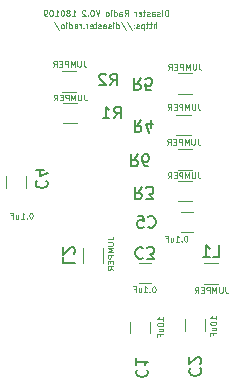
<source format=gbo>
%TF.GenerationSoftware,KiCad,Pcbnew,(2017-11-19 revision 8b2b138)-master*%
%TF.CreationDate,2018-01-29T21:55:45-08:00*%
%TF.ProjectId,lora_nodemcu,6C6F72615F6E6F64656D63752E6B6963,rev?*%
%TF.SameCoordinates,Original*%
%TF.FileFunction,Legend,Bot*%
%TF.FilePolarity,Positive*%
%FSLAX46Y46*%
G04 Gerber Fmt 4.6, Leading zero omitted, Abs format (unit mm)*
G04 Created by KiCad (PCBNEW (2017-11-19 revision 8b2b138)-master) date Monday, January 29, 2018 'PMt' 09:55:45 PM*
%MOMM*%
%LPD*%
G01*
G04 APERTURE LIST*
%ADD10C,0.100000*%
%ADD11C,0.120000*%
%ADD12C,0.150000*%
G04 APERTURE END LIST*
D10*
X141521428Y-93126190D02*
X141473809Y-93126190D01*
X141426190Y-93150000D01*
X141402380Y-93173809D01*
X141378571Y-93221428D01*
X141354761Y-93316666D01*
X141354761Y-93435714D01*
X141378571Y-93530952D01*
X141402380Y-93578571D01*
X141426190Y-93602380D01*
X141473809Y-93626190D01*
X141521428Y-93626190D01*
X141569047Y-93602380D01*
X141592857Y-93578571D01*
X141616666Y-93530952D01*
X141640476Y-93435714D01*
X141640476Y-93316666D01*
X141616666Y-93221428D01*
X141592857Y-93173809D01*
X141569047Y-93150000D01*
X141521428Y-93126190D01*
X141140476Y-93578571D02*
X141116666Y-93602380D01*
X141140476Y-93626190D01*
X141164285Y-93602380D01*
X141140476Y-93578571D01*
X141140476Y-93626190D01*
X140640476Y-93626190D02*
X140926190Y-93626190D01*
X140783333Y-93626190D02*
X140783333Y-93126190D01*
X140830952Y-93197619D01*
X140878571Y-93245238D01*
X140926190Y-93269047D01*
X140211904Y-93292857D02*
X140211904Y-93626190D01*
X140426190Y-93292857D02*
X140426190Y-93554761D01*
X140402380Y-93602380D01*
X140354761Y-93626190D01*
X140283333Y-93626190D01*
X140235714Y-93602380D01*
X140211904Y-93578571D01*
X139807142Y-93364285D02*
X139973809Y-93364285D01*
X139973809Y-93626190D02*
X139973809Y-93126190D01*
X139735714Y-93126190D01*
X157176190Y-102164285D02*
X157176190Y-101878571D01*
X157176190Y-102021428D02*
X156676190Y-102021428D01*
X156747619Y-101973809D01*
X156795238Y-101926190D01*
X156819047Y-101878571D01*
X156676190Y-102473809D02*
X156676190Y-102521428D01*
X156700000Y-102569047D01*
X156723809Y-102592857D01*
X156771428Y-102616666D01*
X156866666Y-102640476D01*
X156985714Y-102640476D01*
X157080952Y-102616666D01*
X157128571Y-102592857D01*
X157152380Y-102569047D01*
X157176190Y-102521428D01*
X157176190Y-102473809D01*
X157152380Y-102426190D01*
X157128571Y-102402380D01*
X157080952Y-102378571D01*
X156985714Y-102354761D01*
X156866666Y-102354761D01*
X156771428Y-102378571D01*
X156723809Y-102402380D01*
X156700000Y-102426190D01*
X156676190Y-102473809D01*
X156842857Y-103069047D02*
X157176190Y-103069047D01*
X156842857Y-102854761D02*
X157104761Y-102854761D01*
X157152380Y-102878571D01*
X157176190Y-102926190D01*
X157176190Y-102997619D01*
X157152380Y-103045238D01*
X157128571Y-103069047D01*
X156914285Y-103473809D02*
X156914285Y-103307142D01*
X157176190Y-103307142D02*
X156676190Y-103307142D01*
X156676190Y-103545238D01*
X152676190Y-102264285D02*
X152676190Y-101978571D01*
X152676190Y-102121428D02*
X152176190Y-102121428D01*
X152247619Y-102073809D01*
X152295238Y-102026190D01*
X152319047Y-101978571D01*
X152176190Y-102573809D02*
X152176190Y-102621428D01*
X152200000Y-102669047D01*
X152223809Y-102692857D01*
X152271428Y-102716666D01*
X152366666Y-102740476D01*
X152485714Y-102740476D01*
X152580952Y-102716666D01*
X152628571Y-102692857D01*
X152652380Y-102669047D01*
X152676190Y-102621428D01*
X152676190Y-102573809D01*
X152652380Y-102526190D01*
X152628571Y-102502380D01*
X152580952Y-102478571D01*
X152485714Y-102454761D01*
X152366666Y-102454761D01*
X152271428Y-102478571D01*
X152223809Y-102502380D01*
X152200000Y-102526190D01*
X152176190Y-102573809D01*
X152342857Y-103169047D02*
X152676190Y-103169047D01*
X152342857Y-102954761D02*
X152604761Y-102954761D01*
X152652380Y-102978571D01*
X152676190Y-103026190D01*
X152676190Y-103097619D01*
X152652380Y-103145238D01*
X152628571Y-103169047D01*
X152414285Y-103573809D02*
X152414285Y-103407142D01*
X152676190Y-103407142D02*
X152176190Y-103407142D01*
X152176190Y-103645238D01*
X157952380Y-99426190D02*
X157952380Y-99783333D01*
X157976190Y-99854761D01*
X158023809Y-99902380D01*
X158095238Y-99926190D01*
X158142857Y-99926190D01*
X157714285Y-99426190D02*
X157714285Y-99830952D01*
X157690476Y-99878571D01*
X157666666Y-99902380D01*
X157619047Y-99926190D01*
X157523809Y-99926190D01*
X157476190Y-99902380D01*
X157452380Y-99878571D01*
X157428571Y-99830952D01*
X157428571Y-99426190D01*
X157190476Y-99926190D02*
X157190476Y-99426190D01*
X157023809Y-99783333D01*
X156857142Y-99426190D01*
X156857142Y-99926190D01*
X156619047Y-99926190D02*
X156619047Y-99426190D01*
X156428571Y-99426190D01*
X156380952Y-99450000D01*
X156357142Y-99473809D01*
X156333333Y-99521428D01*
X156333333Y-99592857D01*
X156357142Y-99640476D01*
X156380952Y-99664285D01*
X156428571Y-99688095D01*
X156619047Y-99688095D01*
X156119047Y-99664285D02*
X155952380Y-99664285D01*
X155880952Y-99926190D02*
X156119047Y-99926190D01*
X156119047Y-99426190D01*
X155880952Y-99426190D01*
X155380952Y-99926190D02*
X155547619Y-99688095D01*
X155666666Y-99926190D02*
X155666666Y-99426190D01*
X155476190Y-99426190D01*
X155428571Y-99450000D01*
X155404761Y-99473809D01*
X155380952Y-99521428D01*
X155380952Y-99592857D01*
X155404761Y-99640476D01*
X155428571Y-99664285D01*
X155476190Y-99688095D01*
X155666666Y-99688095D01*
X151921428Y-99376190D02*
X151873809Y-99376190D01*
X151826190Y-99400000D01*
X151802380Y-99423809D01*
X151778571Y-99471428D01*
X151754761Y-99566666D01*
X151754761Y-99685714D01*
X151778571Y-99780952D01*
X151802380Y-99828571D01*
X151826190Y-99852380D01*
X151873809Y-99876190D01*
X151921428Y-99876190D01*
X151969047Y-99852380D01*
X151992857Y-99828571D01*
X152016666Y-99780952D01*
X152040476Y-99685714D01*
X152040476Y-99566666D01*
X152016666Y-99471428D01*
X151992857Y-99423809D01*
X151969047Y-99400000D01*
X151921428Y-99376190D01*
X151540476Y-99828571D02*
X151516666Y-99852380D01*
X151540476Y-99876190D01*
X151564285Y-99852380D01*
X151540476Y-99828571D01*
X151540476Y-99876190D01*
X151040476Y-99876190D02*
X151326190Y-99876190D01*
X151183333Y-99876190D02*
X151183333Y-99376190D01*
X151230952Y-99447619D01*
X151278571Y-99495238D01*
X151326190Y-99519047D01*
X150611904Y-99542857D02*
X150611904Y-99876190D01*
X150826190Y-99542857D02*
X150826190Y-99804761D01*
X150802380Y-99852380D01*
X150754761Y-99876190D01*
X150683333Y-99876190D01*
X150635714Y-99852380D01*
X150611904Y-99828571D01*
X150207142Y-99614285D02*
X150373809Y-99614285D01*
X150373809Y-99876190D02*
X150373809Y-99376190D01*
X150135714Y-99376190D01*
X147976190Y-95397619D02*
X148333333Y-95397619D01*
X148404761Y-95373809D01*
X148452380Y-95326190D01*
X148476190Y-95254761D01*
X148476190Y-95207142D01*
X147976190Y-95635714D02*
X148380952Y-95635714D01*
X148428571Y-95659523D01*
X148452380Y-95683333D01*
X148476190Y-95730952D01*
X148476190Y-95826190D01*
X148452380Y-95873809D01*
X148428571Y-95897619D01*
X148380952Y-95921428D01*
X147976190Y-95921428D01*
X148476190Y-96159523D02*
X147976190Y-96159523D01*
X148333333Y-96326190D01*
X147976190Y-96492857D01*
X148476190Y-96492857D01*
X148476190Y-96730952D02*
X147976190Y-96730952D01*
X147976190Y-96921428D01*
X148000000Y-96969047D01*
X148023809Y-96992857D01*
X148071428Y-97016666D01*
X148142857Y-97016666D01*
X148190476Y-96992857D01*
X148214285Y-96969047D01*
X148238095Y-96921428D01*
X148238095Y-96730952D01*
X148214285Y-97230952D02*
X148214285Y-97397619D01*
X148476190Y-97469047D02*
X148476190Y-97230952D01*
X147976190Y-97230952D01*
X147976190Y-97469047D01*
X148476190Y-97969047D02*
X148238095Y-97802380D01*
X148476190Y-97683333D02*
X147976190Y-97683333D01*
X147976190Y-97873809D01*
X148000000Y-97921428D01*
X148023809Y-97945238D01*
X148071428Y-97969047D01*
X148142857Y-97969047D01*
X148190476Y-97945238D01*
X148214285Y-97921428D01*
X148238095Y-97873809D01*
X148238095Y-97683333D01*
X154621428Y-95076190D02*
X154573809Y-95076190D01*
X154526190Y-95100000D01*
X154502380Y-95123809D01*
X154478571Y-95171428D01*
X154454761Y-95266666D01*
X154454761Y-95385714D01*
X154478571Y-95480952D01*
X154502380Y-95528571D01*
X154526190Y-95552380D01*
X154573809Y-95576190D01*
X154621428Y-95576190D01*
X154669047Y-95552380D01*
X154692857Y-95528571D01*
X154716666Y-95480952D01*
X154740476Y-95385714D01*
X154740476Y-95266666D01*
X154716666Y-95171428D01*
X154692857Y-95123809D01*
X154669047Y-95100000D01*
X154621428Y-95076190D01*
X154240476Y-95528571D02*
X154216666Y-95552380D01*
X154240476Y-95576190D01*
X154264285Y-95552380D01*
X154240476Y-95528571D01*
X154240476Y-95576190D01*
X153740476Y-95576190D02*
X154026190Y-95576190D01*
X153883333Y-95576190D02*
X153883333Y-95076190D01*
X153930952Y-95147619D01*
X153978571Y-95195238D01*
X154026190Y-95219047D01*
X153311904Y-95242857D02*
X153311904Y-95576190D01*
X153526190Y-95242857D02*
X153526190Y-95504761D01*
X153502380Y-95552380D01*
X153454761Y-95576190D01*
X153383333Y-95576190D01*
X153335714Y-95552380D01*
X153311904Y-95528571D01*
X152907142Y-95314285D02*
X153073809Y-95314285D01*
X153073809Y-95576190D02*
X153073809Y-95076190D01*
X152835714Y-95076190D01*
X155652380Y-89726190D02*
X155652380Y-90083333D01*
X155676190Y-90154761D01*
X155723809Y-90202380D01*
X155795238Y-90226190D01*
X155842857Y-90226190D01*
X155414285Y-89726190D02*
X155414285Y-90130952D01*
X155390476Y-90178571D01*
X155366666Y-90202380D01*
X155319047Y-90226190D01*
X155223809Y-90226190D01*
X155176190Y-90202380D01*
X155152380Y-90178571D01*
X155128571Y-90130952D01*
X155128571Y-89726190D01*
X154890476Y-90226190D02*
X154890476Y-89726190D01*
X154723809Y-90083333D01*
X154557142Y-89726190D01*
X154557142Y-90226190D01*
X154319047Y-90226190D02*
X154319047Y-89726190D01*
X154128571Y-89726190D01*
X154080952Y-89750000D01*
X154057142Y-89773809D01*
X154033333Y-89821428D01*
X154033333Y-89892857D01*
X154057142Y-89940476D01*
X154080952Y-89964285D01*
X154128571Y-89988095D01*
X154319047Y-89988095D01*
X153819047Y-89964285D02*
X153652380Y-89964285D01*
X153580952Y-90226190D02*
X153819047Y-90226190D01*
X153819047Y-89726190D01*
X153580952Y-89726190D01*
X153080952Y-90226190D02*
X153247619Y-89988095D01*
X153366666Y-90226190D02*
X153366666Y-89726190D01*
X153176190Y-89726190D01*
X153128571Y-89750000D01*
X153104761Y-89773809D01*
X153080952Y-89821428D01*
X153080952Y-89892857D01*
X153104761Y-89940476D01*
X153128571Y-89964285D01*
X153176190Y-89988095D01*
X153366666Y-89988095D01*
X155602380Y-86876190D02*
X155602380Y-87233333D01*
X155626190Y-87304761D01*
X155673809Y-87352380D01*
X155745238Y-87376190D01*
X155792857Y-87376190D01*
X155364285Y-86876190D02*
X155364285Y-87280952D01*
X155340476Y-87328571D01*
X155316666Y-87352380D01*
X155269047Y-87376190D01*
X155173809Y-87376190D01*
X155126190Y-87352380D01*
X155102380Y-87328571D01*
X155078571Y-87280952D01*
X155078571Y-86876190D01*
X154840476Y-87376190D02*
X154840476Y-86876190D01*
X154673809Y-87233333D01*
X154507142Y-86876190D01*
X154507142Y-87376190D01*
X154269047Y-87376190D02*
X154269047Y-86876190D01*
X154078571Y-86876190D01*
X154030952Y-86900000D01*
X154007142Y-86923809D01*
X153983333Y-86971428D01*
X153983333Y-87042857D01*
X154007142Y-87090476D01*
X154030952Y-87114285D01*
X154078571Y-87138095D01*
X154269047Y-87138095D01*
X153769047Y-87114285D02*
X153602380Y-87114285D01*
X153530952Y-87376190D02*
X153769047Y-87376190D01*
X153769047Y-86876190D01*
X153530952Y-86876190D01*
X153030952Y-87376190D02*
X153197619Y-87138095D01*
X153316666Y-87376190D02*
X153316666Y-86876190D01*
X153126190Y-86876190D01*
X153078571Y-86900000D01*
X153054761Y-86923809D01*
X153030952Y-86971428D01*
X153030952Y-87042857D01*
X153054761Y-87090476D01*
X153078571Y-87114285D01*
X153126190Y-87138095D01*
X153316666Y-87138095D01*
X155652380Y-83926190D02*
X155652380Y-84283333D01*
X155676190Y-84354761D01*
X155723809Y-84402380D01*
X155795238Y-84426190D01*
X155842857Y-84426190D01*
X155414285Y-83926190D02*
X155414285Y-84330952D01*
X155390476Y-84378571D01*
X155366666Y-84402380D01*
X155319047Y-84426190D01*
X155223809Y-84426190D01*
X155176190Y-84402380D01*
X155152380Y-84378571D01*
X155128571Y-84330952D01*
X155128571Y-83926190D01*
X154890476Y-84426190D02*
X154890476Y-83926190D01*
X154723809Y-84283333D01*
X154557142Y-83926190D01*
X154557142Y-84426190D01*
X154319047Y-84426190D02*
X154319047Y-83926190D01*
X154128571Y-83926190D01*
X154080952Y-83950000D01*
X154057142Y-83973809D01*
X154033333Y-84021428D01*
X154033333Y-84092857D01*
X154057142Y-84140476D01*
X154080952Y-84164285D01*
X154128571Y-84188095D01*
X154319047Y-84188095D01*
X153819047Y-84164285D02*
X153652380Y-84164285D01*
X153580952Y-84426190D02*
X153819047Y-84426190D01*
X153819047Y-83926190D01*
X153580952Y-83926190D01*
X153080952Y-84426190D02*
X153247619Y-84188095D01*
X153366666Y-84426190D02*
X153366666Y-83926190D01*
X153176190Y-83926190D01*
X153128571Y-83950000D01*
X153104761Y-83973809D01*
X153080952Y-84021428D01*
X153080952Y-84092857D01*
X153104761Y-84140476D01*
X153128571Y-84164285D01*
X153176190Y-84188095D01*
X153366666Y-84188095D01*
X155702380Y-80526190D02*
X155702380Y-80883333D01*
X155726190Y-80954761D01*
X155773809Y-81002380D01*
X155845238Y-81026190D01*
X155892857Y-81026190D01*
X155464285Y-80526190D02*
X155464285Y-80930952D01*
X155440476Y-80978571D01*
X155416666Y-81002380D01*
X155369047Y-81026190D01*
X155273809Y-81026190D01*
X155226190Y-81002380D01*
X155202380Y-80978571D01*
X155178571Y-80930952D01*
X155178571Y-80526190D01*
X154940476Y-81026190D02*
X154940476Y-80526190D01*
X154773809Y-80883333D01*
X154607142Y-80526190D01*
X154607142Y-81026190D01*
X154369047Y-81026190D02*
X154369047Y-80526190D01*
X154178571Y-80526190D01*
X154130952Y-80550000D01*
X154107142Y-80573809D01*
X154083333Y-80621428D01*
X154083333Y-80692857D01*
X154107142Y-80740476D01*
X154130952Y-80764285D01*
X154178571Y-80788095D01*
X154369047Y-80788095D01*
X153869047Y-80764285D02*
X153702380Y-80764285D01*
X153630952Y-81026190D02*
X153869047Y-81026190D01*
X153869047Y-80526190D01*
X153630952Y-80526190D01*
X153130952Y-81026190D02*
X153297619Y-80788095D01*
X153416666Y-81026190D02*
X153416666Y-80526190D01*
X153226190Y-80526190D01*
X153178571Y-80550000D01*
X153154761Y-80573809D01*
X153130952Y-80621428D01*
X153130952Y-80692857D01*
X153154761Y-80740476D01*
X153178571Y-80764285D01*
X153226190Y-80788095D01*
X153416666Y-80788095D01*
X146002380Y-83126190D02*
X146002380Y-83483333D01*
X146026190Y-83554761D01*
X146073809Y-83602380D01*
X146145238Y-83626190D01*
X146192857Y-83626190D01*
X145764285Y-83126190D02*
X145764285Y-83530952D01*
X145740476Y-83578571D01*
X145716666Y-83602380D01*
X145669047Y-83626190D01*
X145573809Y-83626190D01*
X145526190Y-83602380D01*
X145502380Y-83578571D01*
X145478571Y-83530952D01*
X145478571Y-83126190D01*
X145240476Y-83626190D02*
X145240476Y-83126190D01*
X145073809Y-83483333D01*
X144907142Y-83126190D01*
X144907142Y-83626190D01*
X144669047Y-83626190D02*
X144669047Y-83126190D01*
X144478571Y-83126190D01*
X144430952Y-83150000D01*
X144407142Y-83173809D01*
X144383333Y-83221428D01*
X144383333Y-83292857D01*
X144407142Y-83340476D01*
X144430952Y-83364285D01*
X144478571Y-83388095D01*
X144669047Y-83388095D01*
X144169047Y-83364285D02*
X144002380Y-83364285D01*
X143930952Y-83626190D02*
X144169047Y-83626190D01*
X144169047Y-83126190D01*
X143930952Y-83126190D01*
X143430952Y-83626190D02*
X143597619Y-83388095D01*
X143716666Y-83626190D02*
X143716666Y-83126190D01*
X143526190Y-83126190D01*
X143478571Y-83150000D01*
X143454761Y-83173809D01*
X143430952Y-83221428D01*
X143430952Y-83292857D01*
X143454761Y-83340476D01*
X143478571Y-83364285D01*
X143526190Y-83388095D01*
X143716666Y-83388095D01*
X145952380Y-80276190D02*
X145952380Y-80633333D01*
X145976190Y-80704761D01*
X146023809Y-80752380D01*
X146095238Y-80776190D01*
X146142857Y-80776190D01*
X145714285Y-80276190D02*
X145714285Y-80680952D01*
X145690476Y-80728571D01*
X145666666Y-80752380D01*
X145619047Y-80776190D01*
X145523809Y-80776190D01*
X145476190Y-80752380D01*
X145452380Y-80728571D01*
X145428571Y-80680952D01*
X145428571Y-80276190D01*
X145190476Y-80776190D02*
X145190476Y-80276190D01*
X145023809Y-80633333D01*
X144857142Y-80276190D01*
X144857142Y-80776190D01*
X144619047Y-80776190D02*
X144619047Y-80276190D01*
X144428571Y-80276190D01*
X144380952Y-80300000D01*
X144357142Y-80323809D01*
X144333333Y-80371428D01*
X144333333Y-80442857D01*
X144357142Y-80490476D01*
X144380952Y-80514285D01*
X144428571Y-80538095D01*
X144619047Y-80538095D01*
X144119047Y-80514285D02*
X143952380Y-80514285D01*
X143880952Y-80776190D02*
X144119047Y-80776190D01*
X144119047Y-80276190D01*
X143880952Y-80276190D01*
X143380952Y-80776190D02*
X143547619Y-80538095D01*
X143666666Y-80776190D02*
X143666666Y-80276190D01*
X143476190Y-80276190D01*
X143428571Y-80300000D01*
X143404761Y-80323809D01*
X143380952Y-80371428D01*
X143380952Y-80442857D01*
X143404761Y-80490476D01*
X143428571Y-80514285D01*
X143476190Y-80538095D01*
X143666666Y-80538095D01*
X152085714Y-77526190D02*
X152085714Y-77026190D01*
X151871428Y-77526190D02*
X151871428Y-77264285D01*
X151895238Y-77216666D01*
X151942857Y-77192857D01*
X152014285Y-77192857D01*
X152061904Y-77216666D01*
X152085714Y-77240476D01*
X151704761Y-77192857D02*
X151514285Y-77192857D01*
X151633333Y-77026190D02*
X151633333Y-77454761D01*
X151609523Y-77502380D01*
X151561904Y-77526190D01*
X151514285Y-77526190D01*
X151419047Y-77192857D02*
X151228571Y-77192857D01*
X151347619Y-77026190D02*
X151347619Y-77454761D01*
X151323809Y-77502380D01*
X151276190Y-77526190D01*
X151228571Y-77526190D01*
X151061904Y-77192857D02*
X151061904Y-77692857D01*
X151061904Y-77216666D02*
X151014285Y-77192857D01*
X150919047Y-77192857D01*
X150871428Y-77216666D01*
X150847619Y-77240476D01*
X150823809Y-77288095D01*
X150823809Y-77430952D01*
X150847619Y-77478571D01*
X150871428Y-77502380D01*
X150919047Y-77526190D01*
X151014285Y-77526190D01*
X151061904Y-77502380D01*
X150633333Y-77502380D02*
X150585714Y-77526190D01*
X150490476Y-77526190D01*
X150442857Y-77502380D01*
X150419047Y-77454761D01*
X150419047Y-77430952D01*
X150442857Y-77383333D01*
X150490476Y-77359523D01*
X150561904Y-77359523D01*
X150609523Y-77335714D01*
X150633333Y-77288095D01*
X150633333Y-77264285D01*
X150609523Y-77216666D01*
X150561904Y-77192857D01*
X150490476Y-77192857D01*
X150442857Y-77216666D01*
X150204761Y-77478571D02*
X150180952Y-77502380D01*
X150204761Y-77526190D01*
X150228571Y-77502380D01*
X150204761Y-77478571D01*
X150204761Y-77526190D01*
X150204761Y-77216666D02*
X150180952Y-77240476D01*
X150204761Y-77264285D01*
X150228571Y-77240476D01*
X150204761Y-77216666D01*
X150204761Y-77264285D01*
X149609523Y-77002380D02*
X150038095Y-77645238D01*
X149085714Y-77002380D02*
X149514285Y-77645238D01*
X148704761Y-77526190D02*
X148704761Y-77026190D01*
X148704761Y-77502380D02*
X148752380Y-77526190D01*
X148847619Y-77526190D01*
X148895238Y-77502380D01*
X148919047Y-77478571D01*
X148942857Y-77430952D01*
X148942857Y-77288095D01*
X148919047Y-77240476D01*
X148895238Y-77216666D01*
X148847619Y-77192857D01*
X148752380Y-77192857D01*
X148704761Y-77216666D01*
X148466666Y-77526190D02*
X148466666Y-77192857D01*
X148466666Y-77026190D02*
X148490476Y-77050000D01*
X148466666Y-77073809D01*
X148442857Y-77050000D01*
X148466666Y-77026190D01*
X148466666Y-77073809D01*
X148252380Y-77502380D02*
X148204761Y-77526190D01*
X148109523Y-77526190D01*
X148061904Y-77502380D01*
X148038095Y-77454761D01*
X148038095Y-77430952D01*
X148061904Y-77383333D01*
X148109523Y-77359523D01*
X148180952Y-77359523D01*
X148228571Y-77335714D01*
X148252380Y-77288095D01*
X148252380Y-77264285D01*
X148228571Y-77216666D01*
X148180952Y-77192857D01*
X148109523Y-77192857D01*
X148061904Y-77216666D01*
X147609523Y-77526190D02*
X147609523Y-77264285D01*
X147633333Y-77216666D01*
X147680952Y-77192857D01*
X147776190Y-77192857D01*
X147823809Y-77216666D01*
X147609523Y-77502380D02*
X147657142Y-77526190D01*
X147776190Y-77526190D01*
X147823809Y-77502380D01*
X147847619Y-77454761D01*
X147847619Y-77407142D01*
X147823809Y-77359523D01*
X147776190Y-77335714D01*
X147657142Y-77335714D01*
X147609523Y-77311904D01*
X147395238Y-77502380D02*
X147347619Y-77526190D01*
X147252380Y-77526190D01*
X147204761Y-77502380D01*
X147180952Y-77454761D01*
X147180952Y-77430952D01*
X147204761Y-77383333D01*
X147252380Y-77359523D01*
X147323809Y-77359523D01*
X147371428Y-77335714D01*
X147395238Y-77288095D01*
X147395238Y-77264285D01*
X147371428Y-77216666D01*
X147323809Y-77192857D01*
X147252380Y-77192857D01*
X147204761Y-77216666D01*
X147038095Y-77192857D02*
X146847619Y-77192857D01*
X146966666Y-77026190D02*
X146966666Y-77454761D01*
X146942857Y-77502380D01*
X146895238Y-77526190D01*
X146847619Y-77526190D01*
X146490476Y-77502380D02*
X146538095Y-77526190D01*
X146633333Y-77526190D01*
X146680952Y-77502380D01*
X146704761Y-77454761D01*
X146704761Y-77264285D01*
X146680952Y-77216666D01*
X146633333Y-77192857D01*
X146538095Y-77192857D01*
X146490476Y-77216666D01*
X146466666Y-77264285D01*
X146466666Y-77311904D01*
X146704761Y-77359523D01*
X146252380Y-77526190D02*
X146252380Y-77192857D01*
X146252380Y-77288095D02*
X146228571Y-77240476D01*
X146204761Y-77216666D01*
X146157142Y-77192857D01*
X146109523Y-77192857D01*
X145942857Y-77478571D02*
X145919047Y-77502380D01*
X145942857Y-77526190D01*
X145966666Y-77502380D01*
X145942857Y-77478571D01*
X145942857Y-77526190D01*
X145704761Y-77526190D02*
X145704761Y-77192857D01*
X145704761Y-77288095D02*
X145680952Y-77240476D01*
X145657142Y-77216666D01*
X145609523Y-77192857D01*
X145561904Y-77192857D01*
X145180952Y-77526190D02*
X145180952Y-77264285D01*
X145204761Y-77216666D01*
X145252380Y-77192857D01*
X145347619Y-77192857D01*
X145395238Y-77216666D01*
X145180952Y-77502380D02*
X145228571Y-77526190D01*
X145347619Y-77526190D01*
X145395238Y-77502380D01*
X145419047Y-77454761D01*
X145419047Y-77407142D01*
X145395238Y-77359523D01*
X145347619Y-77335714D01*
X145228571Y-77335714D01*
X145180952Y-77311904D01*
X144728571Y-77526190D02*
X144728571Y-77026190D01*
X144728571Y-77502380D02*
X144776190Y-77526190D01*
X144871428Y-77526190D01*
X144919047Y-77502380D01*
X144942857Y-77478571D01*
X144966666Y-77430952D01*
X144966666Y-77288095D01*
X144942857Y-77240476D01*
X144919047Y-77216666D01*
X144871428Y-77192857D01*
X144776190Y-77192857D01*
X144728571Y-77216666D01*
X144490476Y-77526190D02*
X144490476Y-77192857D01*
X144490476Y-77026190D02*
X144514285Y-77050000D01*
X144490476Y-77073809D01*
X144466666Y-77050000D01*
X144490476Y-77026190D01*
X144490476Y-77073809D01*
X144180952Y-77526190D02*
X144228571Y-77502380D01*
X144252380Y-77478571D01*
X144276190Y-77430952D01*
X144276190Y-77288095D01*
X144252380Y-77240476D01*
X144228571Y-77216666D01*
X144180952Y-77192857D01*
X144109523Y-77192857D01*
X144061904Y-77216666D01*
X144038095Y-77240476D01*
X144014285Y-77288095D01*
X144014285Y-77430952D01*
X144038095Y-77478571D01*
X144061904Y-77502380D01*
X144109523Y-77526190D01*
X144180952Y-77526190D01*
X143442857Y-77002380D02*
X143871428Y-77645238D01*
X153100000Y-76476190D02*
X153100000Y-75976190D01*
X152980952Y-75976190D01*
X152909523Y-76000000D01*
X152861904Y-76047619D01*
X152838095Y-76095238D01*
X152814285Y-76190476D01*
X152814285Y-76261904D01*
X152838095Y-76357142D01*
X152861904Y-76404761D01*
X152909523Y-76452380D01*
X152980952Y-76476190D01*
X153100000Y-76476190D01*
X152600000Y-76476190D02*
X152600000Y-76142857D01*
X152600000Y-75976190D02*
X152623809Y-76000000D01*
X152600000Y-76023809D01*
X152576190Y-76000000D01*
X152600000Y-75976190D01*
X152600000Y-76023809D01*
X152385714Y-76452380D02*
X152338095Y-76476190D01*
X152242857Y-76476190D01*
X152195238Y-76452380D01*
X152171428Y-76404761D01*
X152171428Y-76380952D01*
X152195238Y-76333333D01*
X152242857Y-76309523D01*
X152314285Y-76309523D01*
X152361904Y-76285714D01*
X152385714Y-76238095D01*
X152385714Y-76214285D01*
X152361904Y-76166666D01*
X152314285Y-76142857D01*
X152242857Y-76142857D01*
X152195238Y-76166666D01*
X151742857Y-76476190D02*
X151742857Y-76214285D01*
X151766666Y-76166666D01*
X151814285Y-76142857D01*
X151909523Y-76142857D01*
X151957142Y-76166666D01*
X151742857Y-76452380D02*
X151790476Y-76476190D01*
X151909523Y-76476190D01*
X151957142Y-76452380D01*
X151980952Y-76404761D01*
X151980952Y-76357142D01*
X151957142Y-76309523D01*
X151909523Y-76285714D01*
X151790476Y-76285714D01*
X151742857Y-76261904D01*
X151528571Y-76452380D02*
X151480952Y-76476190D01*
X151385714Y-76476190D01*
X151338095Y-76452380D01*
X151314285Y-76404761D01*
X151314285Y-76380952D01*
X151338095Y-76333333D01*
X151385714Y-76309523D01*
X151457142Y-76309523D01*
X151504761Y-76285714D01*
X151528571Y-76238095D01*
X151528571Y-76214285D01*
X151504761Y-76166666D01*
X151457142Y-76142857D01*
X151385714Y-76142857D01*
X151338095Y-76166666D01*
X151171428Y-76142857D02*
X150980952Y-76142857D01*
X151100000Y-75976190D02*
X151100000Y-76404761D01*
X151076190Y-76452380D01*
X151028571Y-76476190D01*
X150980952Y-76476190D01*
X150623809Y-76452380D02*
X150671428Y-76476190D01*
X150766666Y-76476190D01*
X150814285Y-76452380D01*
X150838095Y-76404761D01*
X150838095Y-76214285D01*
X150814285Y-76166666D01*
X150766666Y-76142857D01*
X150671428Y-76142857D01*
X150623809Y-76166666D01*
X150600000Y-76214285D01*
X150600000Y-76261904D01*
X150838095Y-76309523D01*
X150385714Y-76476190D02*
X150385714Y-76142857D01*
X150385714Y-76238095D02*
X150361904Y-76190476D01*
X150338095Y-76166666D01*
X150290476Y-76142857D01*
X150242857Y-76142857D01*
X149409523Y-76476190D02*
X149576190Y-76238095D01*
X149695238Y-76476190D02*
X149695238Y-75976190D01*
X149504761Y-75976190D01*
X149457142Y-76000000D01*
X149433333Y-76023809D01*
X149409523Y-76071428D01*
X149409523Y-76142857D01*
X149433333Y-76190476D01*
X149457142Y-76214285D01*
X149504761Y-76238095D01*
X149695238Y-76238095D01*
X148980952Y-76476190D02*
X148980952Y-76214285D01*
X149004761Y-76166666D01*
X149052380Y-76142857D01*
X149147619Y-76142857D01*
X149195238Y-76166666D01*
X148980952Y-76452380D02*
X149028571Y-76476190D01*
X149147619Y-76476190D01*
X149195238Y-76452380D01*
X149219047Y-76404761D01*
X149219047Y-76357142D01*
X149195238Y-76309523D01*
X149147619Y-76285714D01*
X149028571Y-76285714D01*
X148980952Y-76261904D01*
X148528571Y-76476190D02*
X148528571Y-75976190D01*
X148528571Y-76452380D02*
X148576190Y-76476190D01*
X148671428Y-76476190D01*
X148719047Y-76452380D01*
X148742857Y-76428571D01*
X148766666Y-76380952D01*
X148766666Y-76238095D01*
X148742857Y-76190476D01*
X148719047Y-76166666D01*
X148671428Y-76142857D01*
X148576190Y-76142857D01*
X148528571Y-76166666D01*
X148290476Y-76476190D02*
X148290476Y-76142857D01*
X148290476Y-75976190D02*
X148314285Y-76000000D01*
X148290476Y-76023809D01*
X148266666Y-76000000D01*
X148290476Y-75976190D01*
X148290476Y-76023809D01*
X147980952Y-76476190D02*
X148028571Y-76452380D01*
X148052380Y-76428571D01*
X148076190Y-76380952D01*
X148076190Y-76238095D01*
X148052380Y-76190476D01*
X148028571Y-76166666D01*
X147980952Y-76142857D01*
X147909523Y-76142857D01*
X147861904Y-76166666D01*
X147838095Y-76190476D01*
X147814285Y-76238095D01*
X147814285Y-76380952D01*
X147838095Y-76428571D01*
X147861904Y-76452380D01*
X147909523Y-76476190D01*
X147980952Y-76476190D01*
X147290476Y-75976190D02*
X147123809Y-76476190D01*
X146957142Y-75976190D01*
X146695238Y-75976190D02*
X146647619Y-75976190D01*
X146600000Y-76000000D01*
X146576190Y-76023809D01*
X146552380Y-76071428D01*
X146528571Y-76166666D01*
X146528571Y-76285714D01*
X146552380Y-76380952D01*
X146576190Y-76428571D01*
X146600000Y-76452380D01*
X146647619Y-76476190D01*
X146695238Y-76476190D01*
X146742857Y-76452380D01*
X146766666Y-76428571D01*
X146790476Y-76380952D01*
X146814285Y-76285714D01*
X146814285Y-76166666D01*
X146790476Y-76071428D01*
X146766666Y-76023809D01*
X146742857Y-76000000D01*
X146695238Y-75976190D01*
X146314285Y-76428571D02*
X146290476Y-76452380D01*
X146314285Y-76476190D01*
X146338095Y-76452380D01*
X146314285Y-76428571D01*
X146314285Y-76476190D01*
X146100000Y-76023809D02*
X146076190Y-76000000D01*
X146028571Y-75976190D01*
X145909523Y-75976190D01*
X145861904Y-76000000D01*
X145838095Y-76023809D01*
X145814285Y-76071428D01*
X145814285Y-76119047D01*
X145838095Y-76190476D01*
X146123809Y-76476190D01*
X145814285Y-76476190D01*
X144957142Y-76476190D02*
X145242857Y-76476190D01*
X145100000Y-76476190D02*
X145100000Y-75976190D01*
X145147619Y-76047619D01*
X145195238Y-76095238D01*
X145242857Y-76119047D01*
X144671428Y-76190476D02*
X144719047Y-76166666D01*
X144742857Y-76142857D01*
X144766666Y-76095238D01*
X144766666Y-76071428D01*
X144742857Y-76023809D01*
X144719047Y-76000000D01*
X144671428Y-75976190D01*
X144576190Y-75976190D01*
X144528571Y-76000000D01*
X144504761Y-76023809D01*
X144480952Y-76071428D01*
X144480952Y-76095238D01*
X144504761Y-76142857D01*
X144528571Y-76166666D01*
X144576190Y-76190476D01*
X144671428Y-76190476D01*
X144719047Y-76214285D01*
X144742857Y-76238095D01*
X144766666Y-76285714D01*
X144766666Y-76380952D01*
X144742857Y-76428571D01*
X144719047Y-76452380D01*
X144671428Y-76476190D01*
X144576190Y-76476190D01*
X144528571Y-76452380D01*
X144504761Y-76428571D01*
X144480952Y-76380952D01*
X144480952Y-76285714D01*
X144504761Y-76238095D01*
X144528571Y-76214285D01*
X144576190Y-76190476D01*
X144171428Y-75976190D02*
X144123809Y-75976190D01*
X144076190Y-76000000D01*
X144052380Y-76023809D01*
X144028571Y-76071428D01*
X144004761Y-76166666D01*
X144004761Y-76285714D01*
X144028571Y-76380952D01*
X144052380Y-76428571D01*
X144076190Y-76452380D01*
X144123809Y-76476190D01*
X144171428Y-76476190D01*
X144219047Y-76452380D01*
X144242857Y-76428571D01*
X144266666Y-76380952D01*
X144290476Y-76285714D01*
X144290476Y-76166666D01*
X144266666Y-76071428D01*
X144242857Y-76023809D01*
X144219047Y-76000000D01*
X144171428Y-75976190D01*
X143528571Y-76476190D02*
X143814285Y-76476190D01*
X143671428Y-76476190D02*
X143671428Y-75976190D01*
X143719047Y-76047619D01*
X143766666Y-76095238D01*
X143814285Y-76119047D01*
X143219047Y-75976190D02*
X143171428Y-75976190D01*
X143123809Y-76000000D01*
X143100000Y-76023809D01*
X143076190Y-76071428D01*
X143052380Y-76166666D01*
X143052380Y-76285714D01*
X143076190Y-76380952D01*
X143100000Y-76428571D01*
X143123809Y-76452380D01*
X143171428Y-76476190D01*
X143219047Y-76476190D01*
X143266666Y-76452380D01*
X143290476Y-76428571D01*
X143314285Y-76380952D01*
X143338095Y-76285714D01*
X143338095Y-76166666D01*
X143314285Y-76071428D01*
X143290476Y-76023809D01*
X143266666Y-76000000D01*
X143219047Y-75976190D01*
X142814285Y-76476190D02*
X142719047Y-76476190D01*
X142671428Y-76452380D01*
X142647619Y-76428571D01*
X142600000Y-76357142D01*
X142576190Y-76261904D01*
X142576190Y-76071428D01*
X142600000Y-76023809D01*
X142623809Y-76000000D01*
X142671428Y-75976190D01*
X142766666Y-75976190D01*
X142814285Y-76000000D01*
X142838095Y-76023809D01*
X142861904Y-76071428D01*
X142861904Y-76190476D01*
X142838095Y-76238095D01*
X142814285Y-76261904D01*
X142766666Y-76285714D01*
X142671428Y-76285714D01*
X142623809Y-76261904D01*
X142600000Y-76238095D01*
X142576190Y-76190476D01*
D11*
%TO.C,C3*%
X151625000Y-99100000D02*
X150625000Y-99100000D01*
X150625000Y-97400000D02*
X151625000Y-97400000D01*
%TO.C,C5*%
X154200000Y-93050000D02*
X155200000Y-93050000D01*
X155200000Y-94750000D02*
X154200000Y-94750000D01*
%TO.C,C4*%
X141100000Y-90000000D02*
X141100000Y-91000000D01*
X139400000Y-91000000D02*
X139400000Y-90000000D01*
%TO.C,L2*%
X147630000Y-97350000D02*
X147630000Y-96150000D01*
X145870000Y-96150000D02*
X145870000Y-97350000D01*
%TO.C,L1*%
X156150000Y-99130000D02*
X157350000Y-99130000D01*
X157350000Y-97370000D02*
X156150000Y-97370000D01*
%TO.C,C1*%
X149850000Y-103350000D02*
X149850000Y-102350000D01*
X151550000Y-102350000D02*
X151550000Y-103350000D01*
%TO.C,C2*%
X154500000Y-103150000D02*
X154500000Y-102150000D01*
X156200000Y-102150000D02*
X156200000Y-103150000D01*
%TO.C,R1*%
X145400000Y-83820000D02*
X144200000Y-83820000D01*
X144200000Y-85580000D02*
X145400000Y-85580000D01*
%TO.C,R2*%
X145300000Y-81120000D02*
X144100000Y-81120000D01*
X144100000Y-82880000D02*
X145300000Y-82880000D01*
%TO.C,R3*%
X153900000Y-92180000D02*
X155100000Y-92180000D01*
X155100000Y-90420000D02*
X153900000Y-90420000D01*
%TO.C,R4*%
X153800000Y-86580000D02*
X155000000Y-86580000D01*
X155000000Y-84820000D02*
X153800000Y-84820000D01*
%TO.C,R5*%
X153900000Y-83080000D02*
X155100000Y-83080000D01*
X155100000Y-81320000D02*
X153900000Y-81320000D01*
%TO.C,R6*%
X153900000Y-89480000D02*
X155100000Y-89480000D01*
X155100000Y-87720000D02*
X153900000Y-87720000D01*
%TO.C,C3*%
D12*
X150958333Y-96142857D02*
X150910714Y-96095238D01*
X150767857Y-96047619D01*
X150672619Y-96047619D01*
X150529761Y-96095238D01*
X150434523Y-96190476D01*
X150386904Y-96285714D01*
X150339285Y-96476190D01*
X150339285Y-96619047D01*
X150386904Y-96809523D01*
X150434523Y-96904761D01*
X150529761Y-97000000D01*
X150672619Y-97047619D01*
X150767857Y-97047619D01*
X150910714Y-97000000D01*
X150958333Y-96952380D01*
X151291666Y-97047619D02*
X151910714Y-97047619D01*
X151577380Y-96666666D01*
X151720238Y-96666666D01*
X151815476Y-96619047D01*
X151863095Y-96571428D01*
X151910714Y-96476190D01*
X151910714Y-96238095D01*
X151863095Y-96142857D01*
X151815476Y-96095238D01*
X151720238Y-96047619D01*
X151434523Y-96047619D01*
X151339285Y-96095238D01*
X151291666Y-96142857D01*
%TO.C,C5*%
X151416666Y-94307142D02*
X151464285Y-94354761D01*
X151607142Y-94402380D01*
X151702380Y-94402380D01*
X151845238Y-94354761D01*
X151940476Y-94259523D01*
X151988095Y-94164285D01*
X152035714Y-93973809D01*
X152035714Y-93830952D01*
X151988095Y-93640476D01*
X151940476Y-93545238D01*
X151845238Y-93450000D01*
X151702380Y-93402380D01*
X151607142Y-93402380D01*
X151464285Y-93450000D01*
X151416666Y-93497619D01*
X150511904Y-93402380D02*
X150988095Y-93402380D01*
X151035714Y-93878571D01*
X150988095Y-93830952D01*
X150892857Y-93783333D01*
X150654761Y-93783333D01*
X150559523Y-93830952D01*
X150511904Y-93878571D01*
X150464285Y-93973809D01*
X150464285Y-94211904D01*
X150511904Y-94307142D01*
X150559523Y-94354761D01*
X150654761Y-94402380D01*
X150892857Y-94402380D01*
X150988095Y-94354761D01*
X151035714Y-94307142D01*
%TO.C,C4*%
X141992857Y-90416666D02*
X141945238Y-90464285D01*
X141897619Y-90607142D01*
X141897619Y-90702380D01*
X141945238Y-90845238D01*
X142040476Y-90940476D01*
X142135714Y-90988095D01*
X142326190Y-91035714D01*
X142469047Y-91035714D01*
X142659523Y-90988095D01*
X142754761Y-90940476D01*
X142850000Y-90845238D01*
X142897619Y-90702380D01*
X142897619Y-90607142D01*
X142850000Y-90464285D01*
X142802380Y-90416666D01*
X142564285Y-89559523D02*
X141897619Y-89559523D01*
X142945238Y-89797619D02*
X142230952Y-90035714D01*
X142230952Y-89416666D01*
%TO.C,L2*%
X144197619Y-96916666D02*
X144197619Y-97392857D01*
X145197619Y-97392857D01*
X145102380Y-96630952D02*
X145150000Y-96583333D01*
X145197619Y-96488095D01*
X145197619Y-96250000D01*
X145150000Y-96154761D01*
X145102380Y-96107142D01*
X145007142Y-96059523D01*
X144911904Y-96059523D01*
X144769047Y-96107142D01*
X144197619Y-96678571D01*
X144197619Y-96059523D01*
%TO.C,L1*%
X156916666Y-96902380D02*
X157392857Y-96902380D01*
X157392857Y-95902380D01*
X156059523Y-96902380D02*
X156630952Y-96902380D01*
X156345238Y-96902380D02*
X156345238Y-95902380D01*
X156440476Y-96045238D01*
X156535714Y-96140476D01*
X156630952Y-96188095D01*
%TO.C,C1*%
X150492857Y-106416666D02*
X150445238Y-106464285D01*
X150397619Y-106607142D01*
X150397619Y-106702380D01*
X150445238Y-106845238D01*
X150540476Y-106940476D01*
X150635714Y-106988095D01*
X150826190Y-107035714D01*
X150969047Y-107035714D01*
X151159523Y-106988095D01*
X151254761Y-106940476D01*
X151350000Y-106845238D01*
X151397619Y-106702380D01*
X151397619Y-106607142D01*
X151350000Y-106464285D01*
X151302380Y-106416666D01*
X150397619Y-105464285D02*
X150397619Y-106035714D01*
X150397619Y-105750000D02*
X151397619Y-105750000D01*
X151254761Y-105845238D01*
X151159523Y-105940476D01*
X151111904Y-106035714D01*
%TO.C,C2*%
X154992857Y-106316666D02*
X154945238Y-106364285D01*
X154897619Y-106507142D01*
X154897619Y-106602380D01*
X154945238Y-106745238D01*
X155040476Y-106840476D01*
X155135714Y-106888095D01*
X155326190Y-106935714D01*
X155469047Y-106935714D01*
X155659523Y-106888095D01*
X155754761Y-106840476D01*
X155850000Y-106745238D01*
X155897619Y-106602380D01*
X155897619Y-106507142D01*
X155850000Y-106364285D01*
X155802380Y-106316666D01*
X155802380Y-105935714D02*
X155850000Y-105888095D01*
X155897619Y-105792857D01*
X155897619Y-105554761D01*
X155850000Y-105459523D01*
X155802380Y-105411904D01*
X155707142Y-105364285D01*
X155611904Y-105364285D01*
X155469047Y-105411904D01*
X154897619Y-105983333D01*
X154897619Y-105364285D01*
%TO.C,R1*%
X148516666Y-85152380D02*
X148850000Y-84676190D01*
X149088095Y-85152380D02*
X149088095Y-84152380D01*
X148707142Y-84152380D01*
X148611904Y-84200000D01*
X148564285Y-84247619D01*
X148516666Y-84342857D01*
X148516666Y-84485714D01*
X148564285Y-84580952D01*
X148611904Y-84628571D01*
X148707142Y-84676190D01*
X149088095Y-84676190D01*
X147564285Y-85152380D02*
X148135714Y-85152380D01*
X147850000Y-85152380D02*
X147850000Y-84152380D01*
X147945238Y-84295238D01*
X148040476Y-84390476D01*
X148135714Y-84438095D01*
%TO.C,R2*%
X148216666Y-82352380D02*
X148550000Y-81876190D01*
X148788095Y-82352380D02*
X148788095Y-81352380D01*
X148407142Y-81352380D01*
X148311904Y-81400000D01*
X148264285Y-81447619D01*
X148216666Y-81542857D01*
X148216666Y-81685714D01*
X148264285Y-81780952D01*
X148311904Y-81828571D01*
X148407142Y-81876190D01*
X148788095Y-81876190D01*
X147835714Y-81447619D02*
X147788095Y-81400000D01*
X147692857Y-81352380D01*
X147454761Y-81352380D01*
X147359523Y-81400000D01*
X147311904Y-81447619D01*
X147264285Y-81542857D01*
X147264285Y-81638095D01*
X147311904Y-81780952D01*
X147883333Y-82352380D01*
X147264285Y-82352380D01*
%TO.C,R3*%
X150883333Y-90947619D02*
X150550000Y-91423809D01*
X150311904Y-90947619D02*
X150311904Y-91947619D01*
X150692857Y-91947619D01*
X150788095Y-91900000D01*
X150835714Y-91852380D01*
X150883333Y-91757142D01*
X150883333Y-91614285D01*
X150835714Y-91519047D01*
X150788095Y-91471428D01*
X150692857Y-91423809D01*
X150311904Y-91423809D01*
X151216666Y-91947619D02*
X151835714Y-91947619D01*
X151502380Y-91566666D01*
X151645238Y-91566666D01*
X151740476Y-91519047D01*
X151788095Y-91471428D01*
X151835714Y-91376190D01*
X151835714Y-91138095D01*
X151788095Y-91042857D01*
X151740476Y-90995238D01*
X151645238Y-90947619D01*
X151359523Y-90947619D01*
X151264285Y-90995238D01*
X151216666Y-91042857D01*
%TO.C,R4*%
X150833333Y-85297619D02*
X150500000Y-85773809D01*
X150261904Y-85297619D02*
X150261904Y-86297619D01*
X150642857Y-86297619D01*
X150738095Y-86250000D01*
X150785714Y-86202380D01*
X150833333Y-86107142D01*
X150833333Y-85964285D01*
X150785714Y-85869047D01*
X150738095Y-85821428D01*
X150642857Y-85773809D01*
X150261904Y-85773809D01*
X151690476Y-85964285D02*
X151690476Y-85297619D01*
X151452380Y-86345238D02*
X151214285Y-85630952D01*
X151833333Y-85630952D01*
%TO.C,R5*%
X150783333Y-81747619D02*
X150450000Y-82223809D01*
X150211904Y-81747619D02*
X150211904Y-82747619D01*
X150592857Y-82747619D01*
X150688095Y-82700000D01*
X150735714Y-82652380D01*
X150783333Y-82557142D01*
X150783333Y-82414285D01*
X150735714Y-82319047D01*
X150688095Y-82271428D01*
X150592857Y-82223809D01*
X150211904Y-82223809D01*
X151688095Y-82747619D02*
X151211904Y-82747619D01*
X151164285Y-82271428D01*
X151211904Y-82319047D01*
X151307142Y-82366666D01*
X151545238Y-82366666D01*
X151640476Y-82319047D01*
X151688095Y-82271428D01*
X151735714Y-82176190D01*
X151735714Y-81938095D01*
X151688095Y-81842857D01*
X151640476Y-81795238D01*
X151545238Y-81747619D01*
X151307142Y-81747619D01*
X151211904Y-81795238D01*
X151164285Y-81842857D01*
%TO.C,R6*%
X150533333Y-88197619D02*
X150200000Y-88673809D01*
X149961904Y-88197619D02*
X149961904Y-89197619D01*
X150342857Y-89197619D01*
X150438095Y-89150000D01*
X150485714Y-89102380D01*
X150533333Y-89007142D01*
X150533333Y-88864285D01*
X150485714Y-88769047D01*
X150438095Y-88721428D01*
X150342857Y-88673809D01*
X149961904Y-88673809D01*
X151390476Y-89197619D02*
X151200000Y-89197619D01*
X151104761Y-89150000D01*
X151057142Y-89102380D01*
X150961904Y-88959523D01*
X150914285Y-88769047D01*
X150914285Y-88388095D01*
X150961904Y-88292857D01*
X151009523Y-88245238D01*
X151104761Y-88197619D01*
X151295238Y-88197619D01*
X151390476Y-88245238D01*
X151438095Y-88292857D01*
X151485714Y-88388095D01*
X151485714Y-88626190D01*
X151438095Y-88721428D01*
X151390476Y-88769047D01*
X151295238Y-88816666D01*
X151104761Y-88816666D01*
X151009523Y-88769047D01*
X150961904Y-88721428D01*
X150914285Y-88626190D01*
%TD*%
M02*

</source>
